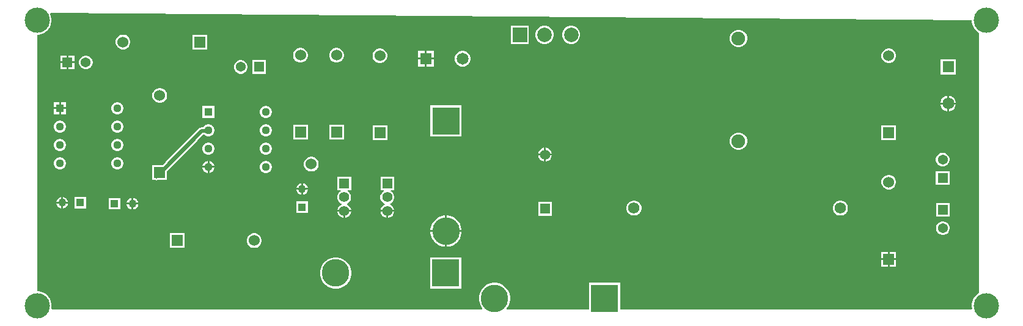
<source format=gbl>
G04*
G04 #@! TF.GenerationSoftware,Altium Limited,Altium Designer,23.7.1 (13)*
G04*
G04 Layer_Physical_Order=2*
G04 Layer_Color=16711680*
%FSLAX44Y44*%
%MOMM*%
G71*
G04*
G04 #@! TF.SameCoordinates,A07C0687-F844-4A61-819B-523DF58B2253*
G04*
G04*
G04 #@! TF.FilePolarity,Positive*
G04*
G01*
G75*
%ADD18C,1.5240*%
%ADD19R,1.5240X1.5240*%
%ADD22R,1.5240X1.5240*%
%ADD42C,0.5000*%
%ADD43C,1.5750*%
%ADD44C,1.9050*%
%ADD45C,2.0100*%
%ADD46R,2.0100X2.0100*%
%ADD47C,1.3700*%
%ADD48R,1.3700X1.3700*%
%ADD49C,1.4000*%
%ADD50R,1.4000X1.4000*%
%ADD51C,3.5000*%
%ADD52R,3.8100X3.8100*%
%ADD53C,3.8100*%
%ADD54R,1.6500X1.6500*%
%ADD55C,1.6500*%
%ADD56R,3.8100X3.8100*%
%ADD57R,1.1000X1.1000*%
%ADD58C,1.1000*%
%ADD59R,1.6500X1.6500*%
%ADD60C,1.1300*%
%ADD61R,1.1300X1.1300*%
%ADD62R,1.3700X1.3700*%
%ADD63R,1.1000X1.1000*%
G36*
X1324960Y425077D02*
Y423026D01*
X1325730Y419155D01*
X1327241Y415508D01*
X1329434Y412225D01*
X1332225Y409434D01*
X1335000Y407580D01*
Y47420D01*
X1332225Y45566D01*
X1329434Y42775D01*
X1327241Y39492D01*
X1325730Y35845D01*
X1324960Y31974D01*
Y28026D01*
X1325367Y25982D01*
X1324561Y25000D01*
X837790D01*
Y61590D01*
X794610D01*
Y25000D01*
X680992D01*
X680696Y25714D01*
X680592Y26270D01*
X682933Y29773D01*
X684560Y33702D01*
X685390Y37874D01*
Y42126D01*
X684560Y46298D01*
X682933Y50227D01*
X680570Y53763D01*
X677563Y56770D01*
X674027Y59133D01*
X670098Y60760D01*
X665926Y61590D01*
X661674D01*
X657502Y60760D01*
X653573Y59133D01*
X650037Y56770D01*
X647030Y53763D01*
X644667Y50227D01*
X643040Y46298D01*
X642210Y42126D01*
Y37874D01*
X643040Y33702D01*
X644667Y29773D01*
X647008Y26270D01*
X646904Y25714D01*
X646608Y25000D01*
X50439D01*
X49633Y25982D01*
X50040Y28026D01*
Y31974D01*
X49270Y35845D01*
X47759Y39492D01*
X45566Y42775D01*
X42775Y45566D01*
X39492Y47759D01*
X35845Y49270D01*
X31974Y50040D01*
X30000D01*
Y404960D01*
X31974D01*
X35845Y405730D01*
X39492Y407241D01*
X42775Y409434D01*
X45566Y412225D01*
X47759Y415508D01*
X49270Y419155D01*
X50040Y423026D01*
Y426974D01*
X49270Y430845D01*
X48133Y433591D01*
X48984Y434855D01*
X1324960Y425077D01*
D02*
G37*
%LPC*%
G36*
X771657Y417590D02*
X768343D01*
X765141Y416732D01*
X762270Y415075D01*
X759926Y412730D01*
X758268Y409860D01*
X757410Y406657D01*
Y403343D01*
X758268Y400140D01*
X759926Y397270D01*
X762270Y394925D01*
X765141Y393268D01*
X768343Y392410D01*
X771657D01*
X774860Y393268D01*
X777730Y394925D01*
X780074Y397270D01*
X781732Y400140D01*
X782590Y403343D01*
Y406657D01*
X781732Y409860D01*
X780074Y412730D01*
X777730Y415075D01*
X774860Y416732D01*
X771657Y417590D01*
D02*
G37*
G36*
X734827D02*
X731513D01*
X728310Y416732D01*
X725440Y415075D01*
X723095Y412730D01*
X721438Y409860D01*
X720580Y406657D01*
Y403343D01*
X721438Y400140D01*
X723095Y397270D01*
X725440Y394925D01*
X728310Y393268D01*
X731513Y392410D01*
X734827D01*
X738030Y393268D01*
X740900Y394925D01*
X743244Y397270D01*
X744902Y400140D01*
X745760Y403343D01*
Y406657D01*
X744902Y409860D01*
X743244Y412730D01*
X740900Y415075D01*
X738030Y416732D01*
X734827Y417590D01*
D02*
G37*
G36*
X711470D02*
X686290D01*
Y392410D01*
X711470D01*
Y417590D01*
D02*
G37*
G36*
X1003488Y411745D02*
X1000312D01*
X997243Y410923D01*
X994492Y409334D01*
X992246Y407088D01*
X990657Y404337D01*
X989835Y401268D01*
Y398092D01*
X990657Y395023D01*
X992246Y392272D01*
X994492Y390026D01*
X997243Y388437D01*
X1000312Y387615D01*
X1003488D01*
X1006557Y388437D01*
X1009308Y390026D01*
X1011554Y392272D01*
X1013143Y395023D01*
X1013965Y398092D01*
Y401268D01*
X1013143Y404337D01*
X1011554Y407088D01*
X1009308Y409334D01*
X1006557Y410923D01*
X1003488Y411745D01*
D02*
G37*
G36*
X265960Y405160D02*
X245640D01*
Y384840D01*
X265960D01*
Y405160D01*
D02*
G37*
G36*
X150458D02*
X147782D01*
X145198Y404468D01*
X142882Y403130D01*
X140990Y401238D01*
X139652Y398922D01*
X138960Y396338D01*
Y393662D01*
X139652Y391078D01*
X140990Y388762D01*
X142882Y386870D01*
X145198Y385532D01*
X147782Y384840D01*
X150458D01*
X153042Y385532D01*
X155358Y386870D01*
X157250Y388762D01*
X158588Y391078D01*
X159280Y393662D01*
Y396338D01*
X158588Y398922D01*
X157250Y401238D01*
X155358Y403130D01*
X153042Y404468D01*
X150458Y405160D01*
D02*
G37*
G36*
X579620Y382530D02*
X570100D01*
Y373010D01*
X579620D01*
Y382530D01*
D02*
G37*
G36*
X567560D02*
X558040D01*
Y373010D01*
X567560D01*
Y382530D01*
D02*
G37*
G36*
X81650Y376050D02*
X73530D01*
Y367930D01*
X81650D01*
Y376050D01*
D02*
G37*
G36*
X70990D02*
X62870D01*
Y367930D01*
X70990D01*
Y376050D01*
D02*
G37*
G36*
X446338Y386840D02*
X443662D01*
X441078Y386148D01*
X438762Y384810D01*
X436870Y382918D01*
X435532Y380602D01*
X434840Y378018D01*
Y375342D01*
X435532Y372758D01*
X436870Y370442D01*
X438762Y368550D01*
X441078Y367212D01*
X443662Y366520D01*
X446338D01*
X448922Y367212D01*
X451238Y368550D01*
X453130Y370442D01*
X454468Y372758D01*
X455160Y375342D01*
Y378018D01*
X454468Y380602D01*
X453130Y382918D01*
X451238Y384810D01*
X448922Y386148D01*
X446338Y386840D01*
D02*
G37*
G36*
X396338D02*
X393662D01*
X391078Y386148D01*
X388762Y384810D01*
X386870Y382918D01*
X385532Y380602D01*
X384840Y378018D01*
Y375342D01*
X385532Y372758D01*
X386870Y370442D01*
X388762Y368550D01*
X391078Y367212D01*
X393662Y366520D01*
X396338D01*
X398922Y367212D01*
X401238Y368550D01*
X403130Y370442D01*
X404468Y372758D01*
X405160Y375342D01*
Y378018D01*
X404468Y380602D01*
X403130Y382918D01*
X401238Y384810D01*
X398922Y386148D01*
X396338Y386840D01*
D02*
G37*
G36*
X1211338Y386040D02*
X1208662D01*
X1206078Y385348D01*
X1203762Y384010D01*
X1201870Y382118D01*
X1200532Y379802D01*
X1199840Y377218D01*
Y374542D01*
X1200532Y371958D01*
X1201870Y369642D01*
X1203762Y367750D01*
X1206078Y366412D01*
X1208662Y365720D01*
X1211338D01*
X1213922Y366412D01*
X1216238Y367750D01*
X1218130Y369642D01*
X1219468Y371958D01*
X1220160Y374542D01*
Y377218D01*
X1219468Y379802D01*
X1218130Y382118D01*
X1216238Y384010D01*
X1213922Y385348D01*
X1211338Y386040D01*
D02*
G37*
G36*
X506338D02*
X503662D01*
X501078Y385348D01*
X498762Y384010D01*
X496870Y382118D01*
X495532Y379802D01*
X494840Y377218D01*
Y374542D01*
X495532Y371958D01*
X496870Y369642D01*
X498762Y367750D01*
X501078Y366412D01*
X503662Y365720D01*
X506338D01*
X508922Y366412D01*
X511238Y367750D01*
X513130Y369642D01*
X514468Y371958D01*
X515160Y374542D01*
Y377218D01*
X514468Y379802D01*
X513130Y382118D01*
X511238Y384010D01*
X508922Y385348D01*
X506338Y386040D01*
D02*
G37*
G36*
X621050Y382530D02*
X618209D01*
X615465Y381795D01*
X613005Y380374D01*
X610996Y378365D01*
X609575Y375905D01*
X608840Y373161D01*
Y370320D01*
X609575Y367575D01*
X610996Y365115D01*
X613005Y363106D01*
X615465Y361685D01*
X618209Y360950D01*
X621050D01*
X623795Y361685D01*
X626255Y363106D01*
X628264Y365115D01*
X629685Y367575D01*
X630420Y370320D01*
Y373161D01*
X629685Y375905D01*
X628264Y378365D01*
X626255Y380374D01*
X623795Y381795D01*
X621050Y382530D01*
D02*
G37*
G36*
X579620Y370470D02*
X570100D01*
Y360950D01*
X579620D01*
Y370470D01*
D02*
G37*
G36*
X567560D02*
X558040D01*
Y360950D01*
X567560D01*
Y370470D01*
D02*
G37*
G36*
X98896Y376050D02*
X96424D01*
X94036Y375410D01*
X91894Y374174D01*
X90146Y372426D01*
X88910Y370284D01*
X88270Y367896D01*
Y365424D01*
X88910Y363036D01*
X90146Y360894D01*
X91894Y359146D01*
X94036Y357910D01*
X96424Y357270D01*
X98896D01*
X101284Y357910D01*
X103426Y359146D01*
X105174Y360894D01*
X106410Y363036D01*
X107050Y365424D01*
Y367896D01*
X106410Y370284D01*
X105174Y372426D01*
X103426Y374174D01*
X101284Y375410D01*
X98896Y376050D01*
D02*
G37*
G36*
X81650Y365390D02*
X73530D01*
Y357270D01*
X81650D01*
Y365390D01*
D02*
G37*
G36*
X70990D02*
X62870D01*
Y357270D01*
X70990D01*
Y365390D01*
D02*
G37*
G36*
X347080Y369700D02*
X328300D01*
Y350920D01*
X347080D01*
Y369700D01*
D02*
G37*
G36*
X313526D02*
X311054D01*
X308666Y369060D01*
X306524Y367824D01*
X304776Y366076D01*
X303540Y363934D01*
X302900Y361546D01*
Y359074D01*
X303540Y356686D01*
X304776Y354544D01*
X306524Y352796D01*
X308666Y351560D01*
X311054Y350920D01*
X313526D01*
X315914Y351560D01*
X318056Y352796D01*
X319804Y354544D01*
X321040Y356686D01*
X321680Y359074D01*
Y361546D01*
X321040Y363934D01*
X319804Y366076D01*
X318056Y367824D01*
X315914Y369060D01*
X313526Y369700D01*
D02*
G37*
G36*
X1303140Y371260D02*
X1281560D01*
Y349680D01*
X1303140D01*
Y371260D01*
D02*
G37*
G36*
X1293770Y320460D02*
X1293620D01*
Y310940D01*
X1303140D01*
Y311091D01*
X1302405Y313835D01*
X1300984Y316295D01*
X1298975Y318304D01*
X1296515Y319725D01*
X1293770Y320460D01*
D02*
G37*
G36*
X1291080D02*
X1290930D01*
X1288185Y319725D01*
X1285725Y318304D01*
X1283716Y316295D01*
X1282295Y313835D01*
X1281560Y311091D01*
Y310940D01*
X1291080D01*
Y320460D01*
D02*
G37*
G36*
X201338Y331040D02*
X198662D01*
X196078Y330348D01*
X193762Y329010D01*
X191870Y327118D01*
X190532Y324802D01*
X189840Y322218D01*
Y319542D01*
X190532Y316958D01*
X191870Y314642D01*
X193762Y312750D01*
X196078Y311412D01*
X198662Y310720D01*
X201338D01*
X203922Y311412D01*
X206238Y312750D01*
X208130Y314642D01*
X209468Y316958D01*
X210160Y319542D01*
Y322218D01*
X209468Y324802D01*
X208130Y327118D01*
X206238Y329010D01*
X203922Y330348D01*
X201338Y331040D01*
D02*
G37*
G36*
X69960Y311350D02*
X63040D01*
Y304430D01*
X69960D01*
Y311350D01*
D02*
G37*
G36*
X60500D02*
X53580D01*
Y304430D01*
X60500D01*
Y311350D01*
D02*
G37*
G36*
X1303140Y308400D02*
X1293620D01*
Y298880D01*
X1293770D01*
X1296515Y299615D01*
X1298975Y301036D01*
X1300984Y303045D01*
X1302405Y305505D01*
X1303140Y308249D01*
Y308400D01*
D02*
G37*
G36*
X1291080D02*
X1281560D01*
Y308249D01*
X1282295Y305505D01*
X1283716Y303045D01*
X1285725Y301036D01*
X1288185Y299615D01*
X1290930Y298880D01*
X1291080D01*
Y308400D01*
D02*
G37*
G36*
X142248Y311350D02*
X140092D01*
X138009Y310792D01*
X136141Y309714D01*
X134616Y308189D01*
X133538Y306321D01*
X132980Y304238D01*
Y302082D01*
X133538Y299999D01*
X134616Y298131D01*
X136141Y296606D01*
X138009Y295528D01*
X140092Y294970D01*
X142248D01*
X144331Y295528D01*
X146199Y296606D01*
X147724Y298131D01*
X148802Y299999D01*
X149360Y302082D01*
Y304238D01*
X148802Y306321D01*
X147724Y308189D01*
X146199Y309714D01*
X144331Y310792D01*
X142248Y311350D01*
D02*
G37*
G36*
X69960Y301890D02*
X63040D01*
Y294970D01*
X69960D01*
Y301890D01*
D02*
G37*
G36*
X60500D02*
X53580D01*
Y294970D01*
X60500D01*
Y301890D01*
D02*
G37*
G36*
X347988Y306270D02*
X345832D01*
X343749Y305712D01*
X341881Y304634D01*
X340356Y303109D01*
X339278Y301241D01*
X338720Y299158D01*
Y297002D01*
X339278Y294919D01*
X340356Y293051D01*
X341881Y291526D01*
X343749Y290448D01*
X345832Y289890D01*
X347988D01*
X350071Y290448D01*
X351939Y291526D01*
X353464Y293051D01*
X354542Y294919D01*
X355100Y297002D01*
Y299158D01*
X354542Y301241D01*
X353464Y303109D01*
X351939Y304634D01*
X350071Y305712D01*
X347988Y306270D01*
D02*
G37*
G36*
X275700D02*
X259320D01*
Y289890D01*
X275700D01*
Y306270D01*
D02*
G37*
G36*
X142248Y285950D02*
X140092D01*
X138009Y285392D01*
X136141Y284314D01*
X134616Y282789D01*
X133538Y280921D01*
X132980Y278838D01*
Y276682D01*
X133538Y274599D01*
X134616Y272731D01*
X136141Y271206D01*
X138009Y270128D01*
X140092Y269570D01*
X142248D01*
X144331Y270128D01*
X146199Y271206D01*
X147724Y272731D01*
X148802Y274599D01*
X149360Y276682D01*
Y278838D01*
X148802Y280921D01*
X147724Y282789D01*
X146199Y284314D01*
X144331Y285392D01*
X142248Y285950D01*
D02*
G37*
G36*
X62848D02*
X60692D01*
X58609Y285392D01*
X56741Y284314D01*
X55216Y282789D01*
X54138Y280921D01*
X53580Y278838D01*
Y276682D01*
X54138Y274599D01*
X55216Y272731D01*
X56741Y271206D01*
X58609Y270128D01*
X60692Y269570D01*
X62848D01*
X64931Y270128D01*
X66799Y271206D01*
X68324Y272731D01*
X69402Y274599D01*
X69960Y276682D01*
Y278838D01*
X69402Y280921D01*
X68324Y282789D01*
X66799Y284314D01*
X64931Y285392D01*
X62848Y285950D01*
D02*
G37*
G36*
X347988Y280870D02*
X345832D01*
X343749Y280312D01*
X341881Y279234D01*
X340356Y277709D01*
X339278Y275841D01*
X338720Y273758D01*
Y271602D01*
X339278Y269519D01*
X340356Y267651D01*
X341881Y266126D01*
X343749Y265048D01*
X345832Y264490D01*
X347988D01*
X350071Y265048D01*
X351939Y266126D01*
X353464Y267651D01*
X354542Y269519D01*
X355100Y271602D01*
Y273758D01*
X354542Y275841D01*
X353464Y277709D01*
X351939Y279234D01*
X350071Y280312D01*
X347988Y280870D01*
D02*
G37*
G36*
X268588D02*
X266432D01*
X264349Y280312D01*
X262481Y279234D01*
X260956Y277709D01*
X260324Y276613D01*
X257745D01*
X255778Y276222D01*
X254111Y275108D01*
X209101Y230099D01*
X207987Y228431D01*
X207906Y228023D01*
X204243Y224360D01*
X189840D01*
Y204040D01*
X193153D01*
X193643Y203712D01*
X195610Y203321D01*
X197577Y203712D01*
X198067Y204040D01*
X210160D01*
Y215743D01*
X251378Y256961D01*
X252492Y258628D01*
X252573Y259036D01*
X259873Y266336D01*
X262272D01*
X262481Y266126D01*
X264349Y265048D01*
X266432Y264490D01*
X268588D01*
X270671Y265048D01*
X272539Y266126D01*
X274064Y267651D01*
X275142Y269519D01*
X275700Y271602D01*
Y273758D01*
X275142Y275841D01*
X274064Y277709D01*
X272539Y279234D01*
X270671Y280312D01*
X268588Y280870D01*
D02*
G37*
G36*
X618360Y306970D02*
X575180D01*
Y263790D01*
X618360D01*
Y306970D01*
D02*
G37*
G36*
X455160Y280160D02*
X434840D01*
Y259840D01*
X455160D01*
Y280160D01*
D02*
G37*
G36*
X405160D02*
X384840D01*
Y259840D01*
X405160D01*
Y280160D01*
D02*
G37*
G36*
X1220160Y279360D02*
X1199840D01*
Y259040D01*
X1220160D01*
Y279360D01*
D02*
G37*
G36*
X515160D02*
X494840D01*
Y259040D01*
X515160D01*
Y279360D01*
D02*
G37*
G36*
X1003488Y269505D02*
X1000312D01*
X997243Y268683D01*
X994492Y267094D01*
X992246Y264848D01*
X990657Y262097D01*
X989835Y259028D01*
Y255852D01*
X990657Y252783D01*
X992246Y250032D01*
X994492Y247786D01*
X997243Y246197D01*
X1000312Y245375D01*
X1003488D01*
X1006557Y246197D01*
X1009308Y247786D01*
X1011554Y250032D01*
X1013143Y252783D01*
X1013965Y255852D01*
Y259028D01*
X1013143Y262097D01*
X1011554Y264848D01*
X1009308Y267094D01*
X1006557Y268683D01*
X1003488Y269505D01*
D02*
G37*
G36*
X142248Y260550D02*
X140092D01*
X138009Y259992D01*
X136141Y258914D01*
X134616Y257389D01*
X133538Y255521D01*
X132980Y253438D01*
Y251282D01*
X133538Y249199D01*
X134616Y247331D01*
X136141Y245806D01*
X138009Y244728D01*
X140092Y244170D01*
X142248D01*
X144331Y244728D01*
X146199Y245806D01*
X147724Y247331D01*
X148802Y249199D01*
X149360Y251282D01*
Y253438D01*
X148802Y255521D01*
X147724Y257389D01*
X146199Y258914D01*
X144331Y259992D01*
X142248Y260550D01*
D02*
G37*
G36*
X62848D02*
X60692D01*
X58609Y259992D01*
X56741Y258914D01*
X55216Y257389D01*
X54138Y255521D01*
X53580Y253438D01*
Y251282D01*
X54138Y249199D01*
X55216Y247331D01*
X56741Y245806D01*
X58609Y244728D01*
X60692Y244170D01*
X62848D01*
X64931Y244728D01*
X66799Y245806D01*
X68324Y247331D01*
X69402Y249199D01*
X69960Y251282D01*
Y253438D01*
X69402Y255521D01*
X68324Y257389D01*
X66799Y258914D01*
X64931Y259992D01*
X62848Y260550D01*
D02*
G37*
G36*
X735200Y248596D02*
Y240330D01*
X743466D01*
X742820Y242742D01*
X741564Y244918D01*
X739788Y246694D01*
X737612Y247950D01*
X735200Y248596D01*
D02*
G37*
G36*
X732660Y248596D02*
X730248Y247950D01*
X728072Y246694D01*
X726296Y244918D01*
X725040Y242742D01*
X724394Y240330D01*
X732660D01*
Y248596D01*
D02*
G37*
G36*
X347988Y255470D02*
X345832D01*
X343749Y254912D01*
X341881Y253834D01*
X340356Y252309D01*
X339278Y250441D01*
X338720Y248358D01*
Y246202D01*
X339278Y244119D01*
X340356Y242251D01*
X341881Y240726D01*
X343749Y239648D01*
X345832Y239090D01*
X347988D01*
X350071Y239648D01*
X351939Y240726D01*
X353464Y242251D01*
X354542Y244119D01*
X355100Y246202D01*
Y248358D01*
X354542Y250441D01*
X353464Y252309D01*
X351939Y253834D01*
X350071Y254912D01*
X347988Y255470D01*
D02*
G37*
G36*
X268588D02*
X266432D01*
X264349Y254912D01*
X262481Y253834D01*
X260956Y252309D01*
X259878Y250441D01*
X259320Y248358D01*
Y246202D01*
X259878Y244119D01*
X260956Y242251D01*
X262481Y240726D01*
X264349Y239648D01*
X266432Y239090D01*
X268588D01*
X270671Y239648D01*
X272539Y240726D01*
X274064Y242251D01*
X275142Y244119D01*
X275700Y246202D01*
Y248358D01*
X275142Y250441D01*
X274064Y252309D01*
X272539Y253834D01*
X270671Y254912D01*
X268588Y255470D01*
D02*
G37*
G36*
X732660Y237790D02*
X724394D01*
X725040Y235378D01*
X726296Y233202D01*
X728072Y231426D01*
X730248Y230170D01*
X732660Y229524D01*
Y237790D01*
D02*
G37*
G36*
X743466D02*
X735200D01*
Y229524D01*
X737612Y230170D01*
X739788Y231426D01*
X741564Y233202D01*
X742820Y235378D01*
X743466Y237790D01*
D02*
G37*
G36*
X268780Y230019D02*
Y223150D01*
X275649D01*
X275142Y225041D01*
X274064Y226909D01*
X272539Y228434D01*
X270671Y229512D01*
X268780Y230019D01*
D02*
G37*
G36*
X266240D02*
X264349Y229512D01*
X262481Y228434D01*
X260956Y226909D01*
X259878Y225041D01*
X259371Y223150D01*
X266240D01*
Y230019D01*
D02*
G37*
G36*
X1285966Y241590D02*
X1283494D01*
X1281106Y240950D01*
X1278964Y239714D01*
X1277216Y237966D01*
X1275980Y235824D01*
X1275340Y233436D01*
Y230964D01*
X1275980Y228576D01*
X1277216Y226434D01*
X1278964Y224686D01*
X1281106Y223450D01*
X1283494Y222810D01*
X1285966D01*
X1288354Y223450D01*
X1290496Y224686D01*
X1292244Y226434D01*
X1293480Y228576D01*
X1294120Y230964D01*
Y233436D01*
X1293480Y235824D01*
X1292244Y237966D01*
X1290496Y239714D01*
X1288354Y240950D01*
X1285966Y241590D01*
D02*
G37*
G36*
X142248Y235150D02*
X140092D01*
X138009Y234592D01*
X136141Y233514D01*
X134616Y231989D01*
X133538Y230121D01*
X132980Y228038D01*
Y225882D01*
X133538Y223799D01*
X134616Y221931D01*
X136141Y220406D01*
X138009Y219328D01*
X140092Y218770D01*
X142248D01*
X144331Y219328D01*
X146199Y220406D01*
X147724Y221931D01*
X148802Y223799D01*
X149360Y225882D01*
Y228038D01*
X148802Y230121D01*
X147724Y231989D01*
X146199Y233514D01*
X144331Y234592D01*
X142248Y235150D01*
D02*
G37*
G36*
X62848D02*
X60692D01*
X58609Y234592D01*
X56741Y233514D01*
X55216Y231989D01*
X54138Y230121D01*
X53580Y228038D01*
Y225882D01*
X54138Y223799D01*
X55216Y221931D01*
X56741Y220406D01*
X58609Y219328D01*
X60692Y218770D01*
X62848D01*
X64931Y219328D01*
X66799Y220406D01*
X68324Y221931D01*
X69402Y223799D01*
X69960Y225882D01*
Y228038D01*
X69402Y230121D01*
X68324Y231989D01*
X66799Y233514D01*
X64931Y234592D01*
X62848Y235150D01*
D02*
G37*
G36*
X411418Y235850D02*
X408742D01*
X406158Y235158D01*
X403842Y233820D01*
X401950Y231928D01*
X400612Y229612D01*
X399920Y227028D01*
Y224352D01*
X400612Y221768D01*
X401950Y219452D01*
X403842Y217560D01*
X406158Y216222D01*
X408742Y215530D01*
X411418D01*
X414002Y216222D01*
X416318Y217560D01*
X418210Y219452D01*
X419548Y221768D01*
X420240Y224352D01*
Y227028D01*
X419548Y229612D01*
X418210Y231928D01*
X416318Y233820D01*
X414002Y235158D01*
X411418Y235850D01*
D02*
G37*
G36*
X275649Y220610D02*
X268780D01*
Y213741D01*
X270671Y214248D01*
X272539Y215326D01*
X274064Y216851D01*
X275142Y218719D01*
X275649Y220610D01*
D02*
G37*
G36*
X266240D02*
X259371D01*
X259878Y218719D01*
X260956Y216851D01*
X262481Y215326D01*
X264349Y214248D01*
X266240Y213741D01*
Y220610D01*
D02*
G37*
G36*
X347988Y230070D02*
X345832D01*
X343749Y229512D01*
X341881Y228434D01*
X340356Y226909D01*
X339278Y225041D01*
X338720Y222958D01*
Y220802D01*
X339278Y218719D01*
X340356Y216851D01*
X341881Y215326D01*
X343749Y214248D01*
X345832Y213690D01*
X347988D01*
X350071Y214248D01*
X351939Y215326D01*
X353464Y216851D01*
X354542Y218719D01*
X355100Y220802D01*
Y222958D01*
X354542Y225041D01*
X353464Y226909D01*
X351939Y228434D01*
X350071Y229512D01*
X347988Y230070D01*
D02*
G37*
G36*
X1294120Y216190D02*
X1275340D01*
Y197410D01*
X1294120D01*
Y216190D01*
D02*
G37*
G36*
X398650Y199383D02*
Y192670D01*
X405363D01*
X404872Y194503D01*
X403814Y196337D01*
X402317Y197834D01*
X400483Y198892D01*
X398650Y199383D01*
D02*
G37*
G36*
X396110D02*
X394277Y198892D01*
X392443Y197834D01*
X390946Y196337D01*
X389888Y194503D01*
X389397Y192670D01*
X396110D01*
Y199383D01*
D02*
G37*
G36*
X1211338Y211040D02*
X1208662D01*
X1206078Y210348D01*
X1203762Y209010D01*
X1201870Y207118D01*
X1200532Y204802D01*
X1199840Y202218D01*
Y199542D01*
X1200532Y196958D01*
X1201870Y194642D01*
X1203762Y192750D01*
X1206078Y191412D01*
X1208662Y190720D01*
X1211338D01*
X1213922Y191412D01*
X1216238Y192750D01*
X1218130Y194642D01*
X1219468Y196958D01*
X1220160Y199542D01*
Y202218D01*
X1219468Y204802D01*
X1218130Y207118D01*
X1216238Y209010D01*
X1213922Y210348D01*
X1211338Y211040D01*
D02*
G37*
G36*
X405363Y190130D02*
X398650D01*
Y183417D01*
X400483Y183908D01*
X402317Y184966D01*
X403814Y186463D01*
X404872Y188297D01*
X405363Y190130D01*
D02*
G37*
G36*
X396110D02*
X389397D01*
X389888Y188297D01*
X390946Y186463D01*
X392443Y184966D01*
X394277Y183908D01*
X396110Y183417D01*
Y190130D01*
D02*
G37*
G36*
X66110Y180333D02*
Y173620D01*
X72823D01*
X72332Y175453D01*
X71274Y177287D01*
X69777Y178784D01*
X67943Y179842D01*
X66110Y180333D01*
D02*
G37*
G36*
X63570D02*
X61737Y179842D01*
X59903Y178784D01*
X58406Y177287D01*
X57348Y175453D01*
X56857Y173620D01*
X63570D01*
Y180333D01*
D02*
G37*
G36*
X163500Y179063D02*
Y172350D01*
X170213D01*
X169722Y174183D01*
X168664Y176017D01*
X167167Y177514D01*
X165333Y178572D01*
X163500Y179063D01*
D02*
G37*
G36*
X160960D02*
X159127Y178572D01*
X157293Y177514D01*
X155796Y176017D01*
X154738Y174183D01*
X154247Y172350D01*
X160960D01*
Y179063D01*
D02*
G37*
G36*
X72823Y171080D02*
X66110D01*
Y164367D01*
X67943Y164858D01*
X69777Y165916D01*
X71274Y167413D01*
X72332Y169247D01*
X72823Y171080D01*
D02*
G37*
G36*
X63570D02*
X56857D01*
X57348Y169247D01*
X58406Y167413D01*
X59903Y165916D01*
X61737Y164858D01*
X63570Y164367D01*
Y171080D01*
D02*
G37*
G36*
X97880Y180390D02*
X81800D01*
Y164310D01*
X97880D01*
Y180390D01*
D02*
G37*
G36*
X170213Y169810D02*
X163500D01*
Y163097D01*
X165333Y163588D01*
X167167Y164646D01*
X168664Y166143D01*
X169722Y167977D01*
X170213Y169810D01*
D02*
G37*
G36*
X160960D02*
X154247D01*
X154738Y167977D01*
X155796Y166143D01*
X157293Y164646D01*
X159127Y163588D01*
X160960Y163097D01*
Y169810D01*
D02*
G37*
G36*
X145270Y179120D02*
X129190D01*
Y163040D01*
X145270D01*
Y179120D01*
D02*
G37*
G36*
X525030Y208560D02*
X505950D01*
Y189480D01*
X510142D01*
X510482Y188210D01*
X509432Y187604D01*
X507656Y185828D01*
X506400Y183652D01*
X505750Y181226D01*
Y178714D01*
X506400Y176288D01*
X507656Y174112D01*
X509432Y172336D01*
X511608Y171080D01*
X511625Y171076D01*
X511757Y170158D01*
X511692Y169743D01*
X509632Y168554D01*
X507856Y166778D01*
X506600Y164602D01*
X505954Y162190D01*
X515490D01*
X525026D01*
X524380Y164602D01*
X523124Y166778D01*
X521348Y168554D01*
X519172Y169810D01*
X519155Y169814D01*
X519023Y170732D01*
X519088Y171147D01*
X521148Y172336D01*
X522924Y174112D01*
X524180Y176288D01*
X524830Y178714D01*
Y181226D01*
X524180Y183652D01*
X522924Y185828D01*
X521148Y187604D01*
X520098Y188210D01*
X520438Y189480D01*
X525030D01*
Y208560D01*
D02*
G37*
G36*
X465340D02*
X446260D01*
Y189480D01*
X450452D01*
X450792Y188210D01*
X449742Y187604D01*
X447966Y185828D01*
X446710Y183652D01*
X446060Y181226D01*
Y178714D01*
X446710Y176288D01*
X447966Y174112D01*
X449742Y172336D01*
X451918Y171080D01*
X451935Y171076D01*
X452067Y170158D01*
X452002Y169743D01*
X449942Y168554D01*
X448166Y166778D01*
X446910Y164602D01*
X446264Y162190D01*
X455800D01*
X465336D01*
X464690Y164602D01*
X463434Y166778D01*
X461658Y168554D01*
X459482Y169810D01*
X459465Y169814D01*
X459333Y170732D01*
X459398Y171147D01*
X461458Y172336D01*
X463234Y174112D01*
X464490Y176288D01*
X465140Y178714D01*
Y181226D01*
X464490Y183652D01*
X463234Y185828D01*
X461458Y187604D01*
X460408Y188210D01*
X460748Y189480D01*
X465340D01*
Y208560D01*
D02*
G37*
G36*
X405420Y174440D02*
X389340D01*
Y158360D01*
X405420D01*
Y174440D01*
D02*
G37*
G36*
X1144371Y175415D02*
X1141629D01*
X1138980Y174705D01*
X1136605Y173334D01*
X1134666Y171395D01*
X1133295Y169020D01*
X1132585Y166371D01*
Y163629D01*
X1133295Y160980D01*
X1134666Y158605D01*
X1136605Y156666D01*
X1138980Y155295D01*
X1141629Y154585D01*
X1144371D01*
X1147020Y155295D01*
X1149395Y156666D01*
X1151334Y158605D01*
X1152705Y160980D01*
X1153415Y163629D01*
Y166371D01*
X1152705Y169020D01*
X1151334Y171395D01*
X1149395Y173334D01*
X1147020Y174705D01*
X1144371Y175415D01*
D02*
G37*
G36*
X858371D02*
X855629D01*
X852980Y174705D01*
X850605Y173334D01*
X848666Y171395D01*
X847295Y169020D01*
X846585Y166371D01*
Y163629D01*
X847295Y160980D01*
X848666Y158605D01*
X850605Y156666D01*
X852980Y155295D01*
X855629Y154585D01*
X858371D01*
X861020Y155295D01*
X863395Y156666D01*
X865334Y158605D01*
X866705Y160980D01*
X867415Y163629D01*
Y166371D01*
X866705Y169020D01*
X865334Y171395D01*
X863395Y173334D01*
X861020Y174705D01*
X858371Y175415D01*
D02*
G37*
G36*
X743470Y173600D02*
X724390D01*
Y154520D01*
X743470D01*
Y173600D01*
D02*
G37*
G36*
X1294390Y172090D02*
X1275610D01*
Y153310D01*
X1294390D01*
Y172090D01*
D02*
G37*
G36*
X525026Y159650D02*
X516760D01*
Y151384D01*
X519172Y152030D01*
X521348Y153286D01*
X523124Y155062D01*
X524380Y157238D01*
X525026Y159650D01*
D02*
G37*
G36*
X465336D02*
X457070D01*
Y151384D01*
X459482Y152030D01*
X461658Y153286D01*
X463434Y155062D01*
X464690Y157238D01*
X465336Y159650D01*
D02*
G37*
G36*
X514220D02*
X505954D01*
X506600Y157238D01*
X507856Y155062D01*
X509632Y153286D01*
X511808Y152030D01*
X514220Y151384D01*
Y159650D01*
D02*
G37*
G36*
X454530D02*
X446264D01*
X446910Y157238D01*
X448166Y155062D01*
X449942Y153286D01*
X452118Y152030D01*
X454530Y151384D01*
Y159650D01*
D02*
G37*
G36*
X598896Y154570D02*
X598040D01*
Y134250D01*
X618360D01*
Y135106D01*
X617530Y139278D01*
X615903Y143207D01*
X613540Y146743D01*
X610533Y149750D01*
X606997Y152113D01*
X603068Y153740D01*
X598896Y154570D01*
D02*
G37*
G36*
X595500D02*
X594644D01*
X590472Y153740D01*
X586543Y152113D01*
X583007Y149750D01*
X580000Y146743D01*
X577637Y143207D01*
X576010Y139278D01*
X575180Y135106D01*
Y134250D01*
X595500D01*
Y154570D01*
D02*
G37*
G36*
X1286236Y146690D02*
X1283764D01*
X1281376Y146050D01*
X1279234Y144814D01*
X1277486Y143066D01*
X1276250Y140924D01*
X1275610Y138536D01*
Y136064D01*
X1276250Y133676D01*
X1277486Y131534D01*
X1279234Y129786D01*
X1281376Y128550D01*
X1283764Y127910D01*
X1286236D01*
X1288624Y128550D01*
X1290766Y129786D01*
X1292514Y131534D01*
X1293750Y133676D01*
X1294390Y136064D01*
Y138536D01*
X1293750Y140924D01*
X1292514Y143066D01*
X1290766Y144814D01*
X1288624Y146050D01*
X1286236Y146690D01*
D02*
G37*
G36*
X618360Y131710D02*
X598040D01*
Y111390D01*
X598896D01*
X603068Y112220D01*
X606997Y113847D01*
X610533Y116210D01*
X613540Y119217D01*
X615903Y122753D01*
X617530Y126682D01*
X618360Y130854D01*
Y131710D01*
D02*
G37*
G36*
X595500D02*
X575180D01*
Y130854D01*
X576010Y126682D01*
X577637Y122753D01*
X580000Y119217D01*
X583007Y116210D01*
X586543Y113847D01*
X590472Y112220D01*
X594644Y111390D01*
X595500D01*
Y131710D01*
D02*
G37*
G36*
X332218Y130160D02*
X329542D01*
X326958Y129468D01*
X324642Y128130D01*
X322750Y126238D01*
X321412Y123922D01*
X320720Y121338D01*
Y118662D01*
X321412Y116078D01*
X322750Y113762D01*
X324642Y111870D01*
X326958Y110532D01*
X329542Y109840D01*
X332218D01*
X334802Y110532D01*
X337118Y111870D01*
X339010Y113762D01*
X340348Y116078D01*
X341040Y118662D01*
Y121338D01*
X340348Y123922D01*
X339010Y126238D01*
X337118Y128130D01*
X334802Y129468D01*
X332218Y130160D01*
D02*
G37*
G36*
X234360D02*
X214040D01*
Y109840D01*
X234360D01*
Y130160D01*
D02*
G37*
G36*
X1220160Y104360D02*
X1211270D01*
Y95470D01*
X1220160D01*
Y104360D01*
D02*
G37*
G36*
X1208730D02*
X1199840D01*
Y95470D01*
X1208730D01*
Y104360D01*
D02*
G37*
G36*
X1220160Y92930D02*
X1211270D01*
Y84040D01*
X1220160D01*
Y92930D01*
D02*
G37*
G36*
X1208730D02*
X1199840D01*
Y84040D01*
X1208730D01*
Y92930D01*
D02*
G37*
G36*
X617790Y96590D02*
X574610D01*
Y53410D01*
X617790D01*
Y96590D01*
D02*
G37*
G36*
X445926D02*
X441674D01*
X437502Y95760D01*
X433573Y94133D01*
X430037Y91770D01*
X427030Y88763D01*
X424667Y85227D01*
X423040Y81298D01*
X422210Y77126D01*
Y72874D01*
X423040Y68702D01*
X424667Y64773D01*
X427030Y61237D01*
X430037Y58230D01*
X433573Y55867D01*
X437502Y54240D01*
X441674Y53410D01*
X445926D01*
X450098Y54240D01*
X454027Y55867D01*
X457563Y58230D01*
X460570Y61237D01*
X462933Y64773D01*
X464560Y68702D01*
X465390Y72874D01*
Y77126D01*
X464560Y81298D01*
X462933Y85227D01*
X460570Y88763D01*
X457563Y91770D01*
X454027Y94133D01*
X450098Y95760D01*
X445926Y96590D01*
D02*
G37*
%LPD*%
D18*
X505000Y375880D02*
D03*
X445000Y376680D02*
D03*
X395000D02*
D03*
X1210000Y375880D02*
D03*
X149120Y395000D02*
D03*
X200000Y320880D02*
D03*
X1210000Y200880D02*
D03*
X330880Y120000D02*
D03*
X410080Y225690D02*
D03*
D19*
X505000Y269200D02*
D03*
X445000Y270000D02*
D03*
X395000D02*
D03*
X1210000Y269200D02*
D03*
X200000Y214200D02*
D03*
X1210000Y94200D02*
D03*
D22*
X255800Y395000D02*
D03*
X224200Y120000D02*
D03*
D42*
X195610Y208460D02*
X247745Y260595D01*
X212735Y226465D02*
X257745Y271475D01*
X266305D01*
X267510Y272680D01*
D43*
X1143000Y165000D02*
D03*
X857000D02*
D03*
D44*
X1001900Y257440D02*
D03*
Y399680D02*
D03*
D45*
X770000Y405000D02*
D03*
X733170D02*
D03*
D46*
X698880D02*
D03*
D47*
X1285000Y137300D02*
D03*
X1284730Y232200D02*
D03*
X97660Y366660D02*
D03*
X312290Y360310D02*
D03*
D48*
X1285000Y162700D02*
D03*
X1284730Y206800D02*
D03*
D49*
X455800Y160920D02*
D03*
X455600Y179970D02*
D03*
X515290D02*
D03*
X515490Y160920D02*
D03*
X733930Y239060D02*
D03*
D50*
X455800Y199020D02*
D03*
X515490D02*
D03*
X733930Y164060D02*
D03*
D51*
X1345000Y425000D02*
D03*
Y30000D02*
D03*
X30000D02*
D03*
Y425000D02*
D03*
D52*
X596200Y75000D02*
D03*
X816200Y40000D02*
D03*
D53*
X443800Y75000D02*
D03*
X663800Y40000D02*
D03*
X596770Y132980D02*
D03*
D54*
X568830Y371740D02*
D03*
D55*
X619630D02*
D03*
X1292350Y309670D02*
D03*
D56*
X596770Y285380D02*
D03*
D57*
X397380Y166400D02*
D03*
D58*
Y191400D02*
D03*
X64840Y172350D02*
D03*
X162230Y171080D02*
D03*
D59*
X1292350Y360470D02*
D03*
D60*
X141170Y303160D02*
D03*
Y277760D02*
D03*
Y252360D02*
D03*
Y226960D02*
D03*
X61770D02*
D03*
Y252360D02*
D03*
Y277760D02*
D03*
X346910Y298080D02*
D03*
Y272680D02*
D03*
Y247280D02*
D03*
Y221880D02*
D03*
X267510D02*
D03*
Y247280D02*
D03*
Y272680D02*
D03*
D61*
X61770Y303160D02*
D03*
X267510Y298080D02*
D03*
D62*
X72260Y366660D02*
D03*
X337690Y360310D02*
D03*
D63*
X89840Y172350D02*
D03*
X137230Y171080D02*
D03*
M02*

</source>
